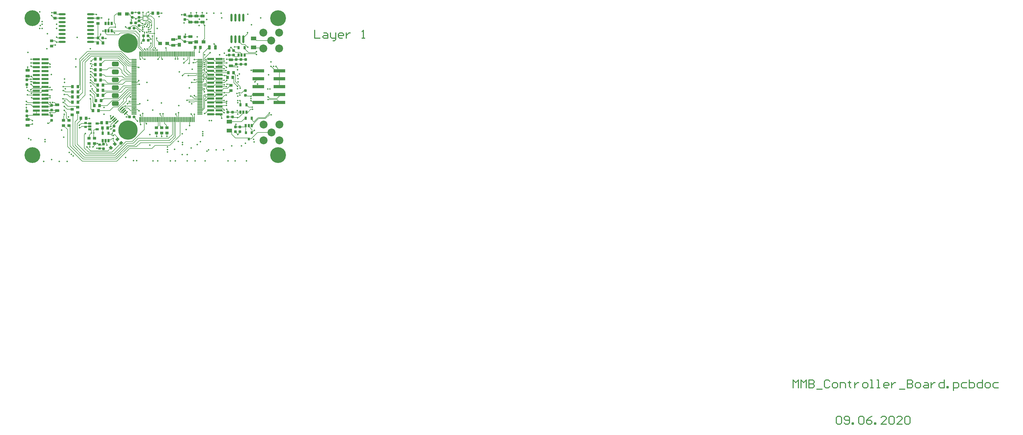
<source format=gtl>
G04*
G04 #@! TF.GenerationSoftware,Altium Limited,Altium Designer,20.1.11 (218)*
G04*
G04 Layer_Physical_Order=1*
G04 Layer_Color=25308*
%FSLAX25Y25*%
%MOIN*%
G70*
G04*
G04 #@! TF.SameCoordinates,26502B99-587C-4767-892E-7210AEBADD4C*
G04*
G04*
G04 #@! TF.FilePolarity,Positive*
G04*
G01*
G75*
%ADD14C,0.00600*%
%ADD17C,0.01200*%
%ADD81R,0.14764X0.03937*%
%ADD82O,0.01181X0.07087*%
%ADD83O,0.07087X0.01181*%
G04:AMPARAMS|DCode=84|XSize=39.37mil|YSize=35.43mil|CornerRadius=0mil|HoleSize=0mil|Usage=FLASHONLY|Rotation=225.000|XOffset=0mil|YOffset=0mil|HoleType=Round|Shape=Rectangle|*
%AMROTATEDRECTD84*
4,1,4,0.00139,0.02645,0.02645,0.00139,-0.00139,-0.02645,-0.02645,-0.00139,0.00139,0.02645,0.0*
%
%ADD84ROTATEDRECTD84*%

G04:AMPARAMS|DCode=85|XSize=31.5mil|YSize=31.5mil|CornerRadius=4.72mil|HoleSize=0mil|Usage=FLASHONLY|Rotation=0.000|XOffset=0mil|YOffset=0mil|HoleType=Round|Shape=RoundedRectangle|*
%AMROUNDEDRECTD85*
21,1,0.03150,0.02205,0,0,0.0*
21,1,0.02205,0.03150,0,0,0.0*
1,1,0.00945,0.01102,-0.01102*
1,1,0.00945,-0.01102,-0.01102*
1,1,0.00945,-0.01102,0.01102*
1,1,0.00945,0.01102,0.01102*
%
%ADD85ROUNDEDRECTD85*%
G04:AMPARAMS|DCode=86|XSize=31.5mil|YSize=31.5mil|CornerRadius=4.72mil|HoleSize=0mil|Usage=FLASHONLY|Rotation=270.000|XOffset=0mil|YOffset=0mil|HoleType=Round|Shape=RoundedRectangle|*
%AMROUNDEDRECTD86*
21,1,0.03150,0.02205,0,0,270.0*
21,1,0.02205,0.03150,0,0,270.0*
1,1,0.00945,-0.01102,-0.01102*
1,1,0.00945,-0.01102,0.01102*
1,1,0.00945,0.01102,0.01102*
1,1,0.00945,0.01102,-0.01102*
%
%ADD86ROUNDEDRECTD86*%
%ADD87R,0.03347X0.02953*%
%ADD88O,0.02756X0.09843*%
G04:AMPARAMS|DCode=89|XSize=15.75mil|YSize=11.81mil|CornerRadius=2.95mil|HoleSize=0mil|Usage=FLASHONLY|Rotation=180.000|XOffset=0mil|YOffset=0mil|HoleType=Round|Shape=RoundedRectangle|*
%AMROUNDEDRECTD89*
21,1,0.01575,0.00591,0,0,180.0*
21,1,0.00984,0.01181,0,0,180.0*
1,1,0.00591,-0.00492,0.00295*
1,1,0.00591,0.00492,0.00295*
1,1,0.00591,0.00492,-0.00295*
1,1,0.00591,-0.00492,-0.00295*
%
%ADD89ROUNDEDRECTD89*%
G04:AMPARAMS|DCode=90|XSize=15.75mil|YSize=11.81mil|CornerRadius=2.95mil|HoleSize=0mil|Usage=FLASHONLY|Rotation=90.000|XOffset=0mil|YOffset=0mil|HoleType=Round|Shape=RoundedRectangle|*
%AMROUNDEDRECTD90*
21,1,0.01575,0.00591,0,0,90.0*
21,1,0.00984,0.01181,0,0,90.0*
1,1,0.00591,0.00295,0.00492*
1,1,0.00591,0.00295,-0.00492*
1,1,0.00591,-0.00295,-0.00492*
1,1,0.00591,-0.00295,0.00492*
%
%ADD90ROUNDEDRECTD90*%
%ADD91R,0.08750X0.02900*%
%ADD92R,0.07087X0.05118*%
%ADD93R,0.03543X0.03937*%
%ADD94R,0.02756X0.03937*%
%ADD95O,0.09055X0.02362*%
G04:AMPARAMS|DCode=96|XSize=21.65mil|YSize=15.75mil|CornerRadius=3.94mil|HoleSize=0mil|Usage=FLASHONLY|Rotation=90.000|XOffset=0mil|YOffset=0mil|HoleType=Round|Shape=RoundedRectangle|*
%AMROUNDEDRECTD96*
21,1,0.02165,0.00787,0,0,90.0*
21,1,0.01378,0.01575,0,0,90.0*
1,1,0.00787,0.00394,0.00689*
1,1,0.00787,0.00394,-0.00689*
1,1,0.00787,-0.00394,-0.00689*
1,1,0.00787,-0.00394,0.00689*
%
%ADD96ROUNDEDRECTD96*%
G04:AMPARAMS|DCode=97|XSize=21.65mil|YSize=15.75mil|CornerRadius=3.94mil|HoleSize=0mil|Usage=FLASHONLY|Rotation=180.000|XOffset=0mil|YOffset=0mil|HoleType=Round|Shape=RoundedRectangle|*
%AMROUNDEDRECTD97*
21,1,0.02165,0.00787,0,0,180.0*
21,1,0.01378,0.01575,0,0,180.0*
1,1,0.00787,-0.00689,0.00394*
1,1,0.00787,0.00689,0.00394*
1,1,0.00787,0.00689,-0.00394*
1,1,0.00787,-0.00689,-0.00394*
%
%ADD97ROUNDEDRECTD97*%
G04:AMPARAMS|DCode=98|XSize=51.18mil|YSize=35.43mil|CornerRadius=3.54mil|HoleSize=0mil|Usage=FLASHONLY|Rotation=0.000|XOffset=0mil|YOffset=0mil|HoleType=Round|Shape=RoundedRectangle|*
%AMROUNDEDRECTD98*
21,1,0.05118,0.02835,0,0,0.0*
21,1,0.04409,0.03543,0,0,0.0*
1,1,0.00709,0.02205,-0.01417*
1,1,0.00709,-0.02205,-0.01417*
1,1,0.00709,-0.02205,0.01417*
1,1,0.00709,0.02205,0.01417*
%
%ADD98ROUNDEDRECTD98*%
G04:AMPARAMS|DCode=99|XSize=51.18mil|YSize=35.43mil|CornerRadius=3.54mil|HoleSize=0mil|Usage=FLASHONLY|Rotation=270.000|XOffset=0mil|YOffset=0mil|HoleType=Round|Shape=RoundedRectangle|*
%AMROUNDEDRECTD99*
21,1,0.05118,0.02835,0,0,270.0*
21,1,0.04409,0.03543,0,0,270.0*
1,1,0.00709,-0.01417,-0.02205*
1,1,0.00709,-0.01417,0.02205*
1,1,0.00709,0.01417,0.02205*
1,1,0.00709,0.01417,-0.02205*
%
%ADD99ROUNDEDRECTD99*%
%ADD100R,0.02756X0.03543*%
%ADD101R,0.04528X0.03937*%
%ADD102R,0.03937X0.04528*%
%ADD103R,0.03937X0.03543*%
%ADD104R,0.07087X0.05118*%
G04:AMPARAMS|DCode=105|XSize=39.37mil|YSize=35.43mil|CornerRadius=0mil|HoleSize=0mil|Usage=FLASHONLY|Rotation=315.000|XOffset=0mil|YOffset=0mil|HoleType=Round|Shape=Rectangle|*
%AMROTATEDRECTD105*
4,1,4,-0.02645,0.00139,-0.00139,0.02645,0.02645,-0.00139,0.00139,-0.02645,-0.02645,0.00139,0.0*
%
%ADD105ROTATEDRECTD105*%

%ADD106R,0.02559X0.04331*%
G04:AMPARAMS|DCode=107|XSize=15.75mil|YSize=62.99mil|CornerRadius=0mil|HoleSize=0mil|Usage=FLASHONLY|Rotation=315.000|XOffset=0mil|YOffset=0mil|HoleType=Round|Shape=Round|*
%AMOVALD107*
21,1,0.04724,0.01575,0.00000,0.00000,45.0*
1,1,0.01575,-0.01670,-0.01670*
1,1,0.01575,0.01670,0.01670*
%
%ADD107OVALD107*%

%ADD108R,0.04331X0.02559*%
%ADD109C,0.00800*%
%ADD110C,0.10000*%
%ADD111C,0.20000*%
%ADD112C,0.24410*%
G04:AMPARAMS|DCode=113|XSize=85mil|YSize=60mil|CornerRadius=15mil|HoleSize=0mil|Usage=FLASHONLY|Rotation=180.000|XOffset=0mil|YOffset=0mil|HoleType=Round|Shape=RoundedRectangle|*
%AMROUNDEDRECTD113*
21,1,0.08500,0.03000,0,0,180.0*
21,1,0.05500,0.06000,0,0,180.0*
1,1,0.03000,-0.02750,0.01500*
1,1,0.03000,0.02750,0.01500*
1,1,0.03000,0.02750,-0.01500*
1,1,0.03000,-0.02750,-0.01500*
%
%ADD113ROUNDEDRECTD113*%
%ADD114C,0.02000*%
D14*
X310236Y85630D02*
X312333Y83534D01*
X321654Y82284D02*
X324705Y79232D01*
Y78425D02*
Y79232D01*
Y86516D02*
Y88425D01*
X324948Y88182D01*
X325413Y77953D02*
X325886Y78425D01*
X312333Y83534D02*
X321722D01*
X310236Y82284D02*
X321654D01*
X321722Y83534D02*
X324705Y86516D01*
X28908Y124409D02*
X29696Y123622D01*
X31890Y129134D02*
X34252Y126772D01*
X28633Y129134D02*
X31890D01*
X29696Y123622D02*
X34252D01*
X11220Y95866D02*
X22440D01*
X9843Y94488D02*
X11220Y95866D01*
X9843Y94488D02*
X10236D01*
X22519Y90945D02*
X24891Y93317D01*
X27816D01*
X11796Y90945D02*
X22519D01*
X11009Y90157D02*
X11796Y90945D01*
X10630Y90157D02*
X11009D01*
X27816Y128317D02*
X28633Y129134D01*
X27816Y123317D02*
X28908Y124409D01*
X246850Y124615D02*
Y125591D01*
Y124615D02*
X248000Y123465D01*
X248348D01*
X246850Y125591D02*
X247244Y125984D01*
X254331D01*
X257480Y122835D01*
X90748Y44291D02*
X93898D01*
X89764Y43307D02*
X90748Y44291D01*
X89764Y39764D02*
Y43307D01*
X83858Y33465D02*
Y37008D01*
X86673Y39823D01*
Y42460D01*
X84646Y44488D02*
X86673Y42460D01*
X89764Y34843D02*
Y39764D01*
X89567Y34646D02*
X89764Y34843D01*
X89567Y34646D02*
X90748Y33465D01*
X116142Y37795D02*
X119681Y34256D01*
X115551Y37795D02*
X116142D01*
X114173Y36417D02*
X115551Y37795D01*
X243082Y130905D02*
X254724D01*
X108465Y29921D02*
X109744Y31201D01*
X116146Y25988D02*
Y27949D01*
X114173Y29921D02*
X116146Y27949D01*
X114173Y29921D02*
Y32874D01*
X119681Y31894D02*
Y34256D01*
X292720Y54331D02*
X297711Y59321D01*
X292126Y54331D02*
X292720D01*
X289567Y56890D02*
X292126Y54331D01*
X297711Y59321D02*
X306368D01*
X289567Y48425D02*
X292126Y50984D01*
X298228Y58071D02*
X306890D01*
X292126Y51968D02*
X298228Y58071D01*
X292126Y50984D02*
Y51968D01*
X280512Y147638D02*
X280709Y147835D01*
X27362Y83661D02*
X28150Y84449D01*
X284646Y65945D02*
X288386Y69685D01*
X283071Y65945D02*
X284646D01*
X288386Y69685D02*
X290551D01*
X93898Y44291D02*
X94095Y44488D01*
X90551Y33268D02*
X90748Y33465D01*
X28150Y84449D02*
X34252D01*
X34093Y87167D02*
X34252Y87008D01*
X29333Y87167D02*
X34093D01*
X28000Y88500D02*
X29333Y87167D01*
X242925Y121063D02*
X254528D01*
X34055Y97244D02*
X34252Y97441D01*
X28543Y97244D02*
X34055D01*
X27756Y98032D02*
X28543Y97244D01*
X22440Y95866D02*
X24891Y98317D01*
X27816D01*
X112992Y32874D02*
X114173D01*
X306496Y59445D02*
X312008Y64957D01*
Y65158D01*
X311811Y62992D02*
X314370D01*
X306890Y58071D02*
X311811Y62992D01*
X112992Y36417D02*
X114173D01*
X111319Y38091D02*
X112992Y36417D01*
X241350Y122638D02*
X242925Y121063D01*
X240158Y122638D02*
X241350D01*
X248425Y128543D02*
X257874D01*
X111319Y31201D02*
X112992Y32874D01*
X240523Y133465D02*
X243082Y130905D01*
X237598Y133465D02*
X240523D01*
X282874Y75394D02*
X285827Y72441D01*
X290158D01*
X280512Y139567D02*
X281102Y140157D01*
X294360Y141408D02*
X295669Y142717D01*
X285561Y141408D02*
X294360D01*
X280512Y146457D02*
X285561Y141408D01*
X294685Y140157D02*
X295669Y139173D01*
X281102Y140157D02*
X294685D01*
X280512Y146457D02*
Y147638D01*
Y147835D01*
X280315Y147441D02*
X280512Y147638D01*
X36593Y94467D02*
X36614Y94488D01*
X28966Y94467D02*
X36593D01*
X27816Y93317D02*
X28966Y94467D01*
X289567Y56890D02*
Y57874D01*
X83661Y33268D02*
X83858Y33465D01*
X109744Y31201D02*
X111319D01*
X109744Y38091D02*
X111319D01*
X108465Y39370D02*
X109744Y38091D01*
D17*
X369178Y169895D02*
Y159898D01*
X375842D01*
X380841Y166563D02*
X384173D01*
X385839Y164897D01*
Y159898D01*
X380841D01*
X379175Y161565D01*
X380841Y163231D01*
X385839D01*
X389172Y166563D02*
Y161565D01*
X390838Y159898D01*
X395836D01*
Y158232D01*
X394170Y156566D01*
X392504D01*
X395836Y159898D02*
Y166563D01*
X404167Y159898D02*
X400834D01*
X399168Y161565D01*
Y164897D01*
X400834Y166563D01*
X404167D01*
X405833Y164897D01*
Y163231D01*
X399168D01*
X409165Y166563D02*
Y159898D01*
Y163231D01*
X410831Y164897D01*
X412497Y166563D01*
X414163D01*
X429159Y159898D02*
X432491D01*
X430825D01*
Y169895D01*
X429159Y168229D01*
X1029716Y-320444D02*
X1031382Y-318778D01*
X1034714D01*
X1036380Y-320444D01*
Y-327109D01*
X1034714Y-328775D01*
X1031382D01*
X1029716Y-327109D01*
Y-320444D01*
X1039713Y-327109D02*
X1041379Y-328775D01*
X1044711D01*
X1046377Y-327109D01*
Y-320444D01*
X1044711Y-318778D01*
X1041379D01*
X1039713Y-320444D01*
Y-322110D01*
X1041379Y-323776D01*
X1046377D01*
X1049709Y-328775D02*
Y-327109D01*
X1051375D01*
Y-328775D01*
X1049709D01*
X1058040Y-320444D02*
X1059706Y-318778D01*
X1063038D01*
X1064704Y-320444D01*
Y-327109D01*
X1063038Y-328775D01*
X1059706D01*
X1058040Y-327109D01*
Y-320444D01*
X1074701Y-318778D02*
X1071369Y-320444D01*
X1068037Y-323776D01*
Y-327109D01*
X1069703Y-328775D01*
X1073035D01*
X1074701Y-327109D01*
Y-325443D01*
X1073035Y-323776D01*
X1068037D01*
X1078034Y-328775D02*
Y-327109D01*
X1079700D01*
Y-328775D01*
X1078034D01*
X1093029D02*
X1086364D01*
X1093029Y-322110D01*
Y-320444D01*
X1091362Y-318778D01*
X1088030D01*
X1086364Y-320444D01*
X1096361D02*
X1098027Y-318778D01*
X1101359D01*
X1103025Y-320444D01*
Y-327109D01*
X1101359Y-328775D01*
X1098027D01*
X1096361Y-327109D01*
Y-320444D01*
X1113022Y-328775D02*
X1106358D01*
X1113022Y-322110D01*
Y-320444D01*
X1111356Y-318778D01*
X1108024D01*
X1106358Y-320444D01*
X1116354D02*
X1118021Y-318778D01*
X1121353D01*
X1123019Y-320444D01*
Y-327109D01*
X1121353Y-328775D01*
X1118021D01*
X1116354Y-327109D01*
Y-320444D01*
X974816Y-282875D02*
Y-272878D01*
X978148Y-276210D01*
X981480Y-272878D01*
Y-282875D01*
X984813D02*
Y-272878D01*
X988145Y-276210D01*
X991477Y-272878D01*
Y-282875D01*
X994809Y-272878D02*
Y-282875D01*
X999808D01*
X1001474Y-281209D01*
Y-279542D01*
X999808Y-277876D01*
X994809D01*
X999808D01*
X1001474Y-276210D01*
Y-274544D01*
X999808Y-272878D01*
X994809D01*
X1004806Y-284541D02*
X1011471D01*
X1021467Y-274544D02*
X1019801Y-272878D01*
X1016469D01*
X1014803Y-274544D01*
Y-281209D01*
X1016469Y-282875D01*
X1019801D01*
X1021467Y-281209D01*
X1026466Y-282875D02*
X1029798D01*
X1031464Y-281209D01*
Y-277876D01*
X1029798Y-276210D01*
X1026466D01*
X1024800Y-277876D01*
Y-281209D01*
X1026466Y-282875D01*
X1034796D02*
Y-276210D01*
X1039795D01*
X1041461Y-277876D01*
Y-282875D01*
X1046459Y-274544D02*
Y-276210D01*
X1044793D01*
X1048125D01*
X1046459D01*
Y-281209D01*
X1048125Y-282875D01*
X1053124Y-276210D02*
Y-282875D01*
Y-279542D01*
X1054790Y-277876D01*
X1056456Y-276210D01*
X1058122D01*
X1064787Y-282875D02*
X1068119D01*
X1069785Y-281209D01*
Y-277876D01*
X1068119Y-276210D01*
X1064787D01*
X1063121Y-277876D01*
Y-281209D01*
X1064787Y-282875D01*
X1073117D02*
X1076450D01*
X1074784D01*
Y-272878D01*
X1073117D01*
X1081448Y-282875D02*
X1084780D01*
X1083114D01*
Y-272878D01*
X1081448D01*
X1094777Y-282875D02*
X1091445D01*
X1089779Y-281209D01*
Y-277876D01*
X1091445Y-276210D01*
X1094777D01*
X1096443Y-277876D01*
Y-279542D01*
X1089779D01*
X1099775Y-276210D02*
Y-282875D01*
Y-279542D01*
X1101441Y-277876D01*
X1103108Y-276210D01*
X1104774D01*
X1109772Y-284541D02*
X1116437D01*
X1119769Y-272878D02*
Y-282875D01*
X1124767D01*
X1126433Y-281209D01*
Y-279542D01*
X1124767Y-277876D01*
X1119769D01*
X1124767D01*
X1126433Y-276210D01*
Y-274544D01*
X1124767Y-272878D01*
X1119769D01*
X1131432Y-282875D02*
X1134764D01*
X1136430Y-281209D01*
Y-277876D01*
X1134764Y-276210D01*
X1131432D01*
X1129766Y-277876D01*
Y-281209D01*
X1131432Y-282875D01*
X1141429Y-276210D02*
X1144761D01*
X1146427Y-277876D01*
Y-282875D01*
X1141429D01*
X1139762Y-281209D01*
X1141429Y-279542D01*
X1146427D01*
X1149759Y-276210D02*
Y-282875D01*
Y-279542D01*
X1151425Y-277876D01*
X1153092Y-276210D01*
X1154758D01*
X1166420Y-272878D02*
Y-282875D01*
X1161422D01*
X1159756Y-281209D01*
Y-277876D01*
X1161422Y-276210D01*
X1166420D01*
X1169753Y-282875D02*
Y-281209D01*
X1171419D01*
Y-282875D01*
X1169753D01*
X1178083Y-286207D02*
Y-276210D01*
X1183082D01*
X1184748Y-277876D01*
Y-281209D01*
X1183082Y-282875D01*
X1178083D01*
X1194745Y-276210D02*
X1189746D01*
X1188080Y-277876D01*
Y-281209D01*
X1189746Y-282875D01*
X1194745D01*
X1198077Y-272878D02*
Y-282875D01*
X1203075D01*
X1204741Y-281209D01*
Y-279542D01*
Y-277876D01*
X1203075Y-276210D01*
X1198077D01*
X1214738Y-272878D02*
Y-282875D01*
X1209740D01*
X1208074Y-281209D01*
Y-277876D01*
X1209740Y-276210D01*
X1214738D01*
X1219737Y-282875D02*
X1223069D01*
X1224735Y-281209D01*
Y-277876D01*
X1223069Y-276210D01*
X1219737D01*
X1218071Y-277876D01*
Y-281209D01*
X1219737Y-282875D01*
X1234732Y-276210D02*
X1229733D01*
X1228067Y-277876D01*
Y-281209D01*
X1229733Y-282875D01*
X1234732D01*
D81*
X298130Y98425D02*
D03*
X324705D02*
D03*
X298130Y88425D02*
D03*
X324705D02*
D03*
X298130Y78425D02*
D03*
X324705D02*
D03*
Y108425D02*
D03*
Y118425D02*
D03*
X298130Y108425D02*
D03*
Y118425D02*
D03*
D82*
X147835Y139961D02*
D03*
X149803D02*
D03*
X151772D02*
D03*
X153740D02*
D03*
X155709D02*
D03*
X157677D02*
D03*
X159646D02*
D03*
X161614D02*
D03*
X163583D02*
D03*
X165551D02*
D03*
X167520D02*
D03*
X169488D02*
D03*
X171457D02*
D03*
X173425D02*
D03*
X175394D02*
D03*
X177362D02*
D03*
X179331D02*
D03*
X181299D02*
D03*
X183268D02*
D03*
X185236D02*
D03*
X187205D02*
D03*
X189173D02*
D03*
X191142D02*
D03*
X193110D02*
D03*
X195079D02*
D03*
X197047D02*
D03*
X199016D02*
D03*
X200984D02*
D03*
X202953D02*
D03*
X204921D02*
D03*
X206890D02*
D03*
X208858D02*
D03*
X210827D02*
D03*
X212795D02*
D03*
X214764D02*
D03*
X216732D02*
D03*
Y56890D02*
D03*
X214764D02*
D03*
X212795D02*
D03*
X210827D02*
D03*
X208858D02*
D03*
X206890D02*
D03*
X204921D02*
D03*
X202953D02*
D03*
X200984D02*
D03*
X199016D02*
D03*
X197047D02*
D03*
X195079D02*
D03*
X193110D02*
D03*
X191142D02*
D03*
X189173D02*
D03*
X187205D02*
D03*
X185236D02*
D03*
X183268D02*
D03*
X181299D02*
D03*
X179331D02*
D03*
X177362D02*
D03*
X175394D02*
D03*
X173425D02*
D03*
X171457D02*
D03*
X169488D02*
D03*
X167520D02*
D03*
X165551D02*
D03*
X163583D02*
D03*
X161614D02*
D03*
X159646D02*
D03*
X157677D02*
D03*
X155709D02*
D03*
X153740D02*
D03*
X151772D02*
D03*
X149803D02*
D03*
X147835D02*
D03*
D83*
X223819Y132874D02*
D03*
Y130905D02*
D03*
Y128937D02*
D03*
Y126969D02*
D03*
Y125000D02*
D03*
Y123031D02*
D03*
Y121063D02*
D03*
Y119095D02*
D03*
Y117126D02*
D03*
Y115157D02*
D03*
Y113189D02*
D03*
Y111221D02*
D03*
Y109252D02*
D03*
Y107283D02*
D03*
Y105315D02*
D03*
Y103347D02*
D03*
Y101378D02*
D03*
Y99410D02*
D03*
Y97441D02*
D03*
Y95473D02*
D03*
Y93504D02*
D03*
Y91535D02*
D03*
Y89567D02*
D03*
Y87598D02*
D03*
Y85630D02*
D03*
Y83661D02*
D03*
Y81693D02*
D03*
Y79724D02*
D03*
Y77756D02*
D03*
Y75787D02*
D03*
Y73819D02*
D03*
Y71850D02*
D03*
Y69882D02*
D03*
Y67913D02*
D03*
Y65945D02*
D03*
Y63976D02*
D03*
X140748D02*
D03*
Y65945D02*
D03*
Y67913D02*
D03*
Y69882D02*
D03*
Y71850D02*
D03*
Y73819D02*
D03*
Y75787D02*
D03*
Y77756D02*
D03*
Y79724D02*
D03*
Y81693D02*
D03*
Y83661D02*
D03*
Y85630D02*
D03*
Y87598D02*
D03*
Y89567D02*
D03*
Y91535D02*
D03*
Y93504D02*
D03*
Y95473D02*
D03*
Y97441D02*
D03*
Y99410D02*
D03*
Y101378D02*
D03*
Y103347D02*
D03*
Y105315D02*
D03*
Y107283D02*
D03*
Y109252D02*
D03*
Y111221D02*
D03*
Y113189D02*
D03*
Y115157D02*
D03*
Y117126D02*
D03*
Y119095D02*
D03*
Y121063D02*
D03*
Y123031D02*
D03*
Y125000D02*
D03*
Y126969D02*
D03*
Y128937D02*
D03*
Y130905D02*
D03*
Y132874D02*
D03*
D84*
X119681Y31894D02*
D03*
X124414Y27161D02*
D03*
D85*
X146850Y191929D02*
D03*
Y186024D02*
D03*
X101969Y25787D02*
D03*
Y19882D02*
D03*
X115354Y48622D02*
D03*
Y42717D02*
D03*
X281500Y87547D02*
D03*
Y93453D02*
D03*
X5118Y101181D02*
D03*
Y107087D02*
D03*
X36417Y74803D02*
D03*
Y68898D02*
D03*
Y55905D02*
D03*
Y61811D02*
D03*
X5118Y67520D02*
D03*
Y61614D02*
D03*
X205118Y155512D02*
D03*
Y161417D02*
D03*
Y189370D02*
D03*
Y183465D02*
D03*
X138189Y191929D02*
D03*
Y186024D02*
D03*
X146850Y181693D02*
D03*
Y175787D02*
D03*
X274803Y41535D02*
D03*
Y47441D02*
D03*
X269094Y41535D02*
D03*
Y47441D02*
D03*
X270079Y132874D02*
D03*
Y126969D02*
D03*
X275984Y132874D02*
D03*
Y126969D02*
D03*
X281890Y132874D02*
D03*
Y126969D02*
D03*
X259252Y60236D02*
D03*
Y66142D02*
D03*
X265158Y60236D02*
D03*
Y66142D02*
D03*
X266535Y144291D02*
D03*
Y138386D02*
D03*
X261024Y144291D02*
D03*
Y138386D02*
D03*
D86*
X152559Y162992D02*
D03*
X158465D02*
D03*
X142717Y179134D02*
D03*
X136811D02*
D03*
X100984Y160236D02*
D03*
X95079D02*
D03*
X134843Y60236D02*
D03*
X140748D02*
D03*
Y172441D02*
D03*
X134843D02*
D03*
X158661Y157087D02*
D03*
X152756D02*
D03*
D87*
X79331Y52461D02*
D03*
Y47539D02*
D03*
X96850Y25098D02*
D03*
Y20177D02*
D03*
D88*
X263957Y158661D02*
D03*
X268957D02*
D03*
X273957D02*
D03*
X278957D02*
D03*
X263957Y185827D02*
D03*
X268957D02*
D03*
X273957D02*
D03*
X278957D02*
D03*
D89*
X158268Y186024D02*
D03*
Y184055D02*
D03*
X151969D02*
D03*
Y186024D02*
D03*
D90*
X158071Y182087D02*
D03*
X156102D02*
D03*
X154134D02*
D03*
X152165D02*
D03*
Y187992D02*
D03*
X154134D02*
D03*
X156102D02*
D03*
X158071D02*
D03*
D91*
X237598Y63464D02*
D03*
X248348Y63465D02*
D03*
X237598Y68465D02*
D03*
X248348Y68464D02*
D03*
X237598Y73465D02*
D03*
X248348Y73465D02*
D03*
X237598Y78465D02*
D03*
X248348Y78465D02*
D03*
X237598Y83465D02*
D03*
X248348Y83465D02*
D03*
X237598Y88465D02*
D03*
X248348Y88464D02*
D03*
X237598Y93464D02*
D03*
X248348Y93465D02*
D03*
X237560Y98465D02*
D03*
X248348Y98465D02*
D03*
X237598Y103464D02*
D03*
X248348Y103464D02*
D03*
X237598Y108465D02*
D03*
X248348Y108465D02*
D03*
X237598Y113464D02*
D03*
X248348Y113464D02*
D03*
X237598Y118465D02*
D03*
X248348Y118465D02*
D03*
X237598Y123465D02*
D03*
X248348Y123465D02*
D03*
X237598Y128465D02*
D03*
X248348Y128465D02*
D03*
X237598Y133465D02*
D03*
X248348Y133465D02*
D03*
X27816Y133317D02*
D03*
X17066Y133317D02*
D03*
X27816Y128317D02*
D03*
X17066Y128317D02*
D03*
X27816Y123317D02*
D03*
X17066Y123317D02*
D03*
X27816Y118317D02*
D03*
X17066Y118317D02*
D03*
X27816Y113317D02*
D03*
X17066Y113317D02*
D03*
X27816Y108317D02*
D03*
X17066Y108317D02*
D03*
X27816Y103317D02*
D03*
X17066Y103317D02*
D03*
X27816Y98317D02*
D03*
X17028Y98317D02*
D03*
X27816Y93317D02*
D03*
X17066Y93317D02*
D03*
X27816Y88317D02*
D03*
X17066Y88317D02*
D03*
X27816Y83317D02*
D03*
X17066Y83317D02*
D03*
X27816Y78317D02*
D03*
X17066Y78317D02*
D03*
X27816Y73317D02*
D03*
X17066Y73317D02*
D03*
X27816Y68317D02*
D03*
X17066Y68317D02*
D03*
X27816Y63317D02*
D03*
X17066Y63317D02*
D03*
D92*
X292126Y148228D02*
D03*
Y159646D02*
D03*
D93*
X62795Y78937D02*
D03*
X69488D02*
D03*
X94488Y153937D02*
D03*
X101181D02*
D03*
X100591Y46260D02*
D03*
X107283D02*
D03*
X99606Y52756D02*
D03*
X106299D02*
D03*
X218110Y148031D02*
D03*
X224803D02*
D03*
X170866Y191535D02*
D03*
X164173D02*
D03*
X266732Y116142D02*
D03*
X260039D02*
D03*
X265748Y110039D02*
D03*
X259055D02*
D03*
X69488Y98425D02*
D03*
X62795D02*
D03*
X69488Y91929D02*
D03*
X62795D02*
D03*
X69488Y85433D02*
D03*
X62795D02*
D03*
X98228Y133465D02*
D03*
X91535D02*
D03*
X98228Y126575D02*
D03*
X91535D02*
D03*
X98228Y119882D02*
D03*
X91535D02*
D03*
X98228Y113386D02*
D03*
X91535D02*
D03*
X98228Y106890D02*
D03*
X91535D02*
D03*
X101181Y100394D02*
D03*
X94488D02*
D03*
X101378Y93898D02*
D03*
X94685D02*
D03*
X101378Y87402D02*
D03*
X94685D02*
D03*
X99016Y80905D02*
D03*
X92323D02*
D03*
X97047Y74410D02*
D03*
X90354D02*
D03*
X73228Y58465D02*
D03*
X79921D02*
D03*
X95472Y68110D02*
D03*
X88779D02*
D03*
D94*
X112205Y169095D02*
D03*
X108465D02*
D03*
X104724D02*
D03*
Y178543D02*
D03*
X108465D02*
D03*
X112205D02*
D03*
D95*
X49705Y190138D02*
D03*
X49705Y185138D02*
D03*
X49705Y180138D02*
D03*
X49705Y175138D02*
D03*
X49705Y170138D02*
D03*
X49705Y165138D02*
D03*
X49705Y160138D02*
D03*
X49705Y155138D02*
D03*
X85728Y190138D02*
D03*
X85728Y185138D02*
D03*
X85728Y180138D02*
D03*
X85728Y175138D02*
D03*
X85728Y170138D02*
D03*
X85728Y165138D02*
D03*
X85728Y160138D02*
D03*
X85728Y155138D02*
D03*
D96*
X154134Y167126D02*
D03*
X156496D02*
D03*
X154134Y174370D02*
D03*
X156496D02*
D03*
D97*
X158937Y170748D02*
D03*
Y173110D02*
D03*
Y168386D02*
D03*
X151693D02*
D03*
Y173110D02*
D03*
Y170748D02*
D03*
D98*
X263386Y132480D02*
D03*
Y125000D02*
D03*
X6102Y119291D02*
D03*
Y111811D02*
D03*
X43307Y75590D02*
D03*
Y68110D02*
D03*
X5906Y49409D02*
D03*
Y56890D02*
D03*
X190157Y158268D02*
D03*
Y150787D02*
D03*
X211811Y154331D02*
D03*
Y161811D02*
D03*
Y187795D02*
D03*
Y180315D02*
D03*
X219488Y187795D02*
D03*
Y180315D02*
D03*
X227165Y187795D02*
D03*
Y180315D02*
D03*
D99*
X243504Y148031D02*
D03*
X236024D02*
D03*
D100*
X286024Y32283D02*
D03*
X282283Y40157D02*
D03*
X289764D02*
D03*
D101*
X173524Y153150D02*
D03*
X182775Y153150D02*
D03*
X219390Y155118D02*
D03*
X228642Y155118D02*
D03*
X131595Y190354D02*
D03*
X122343Y190354D02*
D03*
D102*
X198031Y160925D02*
D03*
X198031Y151673D02*
D03*
D103*
X36220Y156496D02*
D03*
Y149803D02*
D03*
X95079Y185236D02*
D03*
Y178543D02*
D03*
X40551Y191929D02*
D03*
Y185236D02*
D03*
X263386Y93504D02*
D03*
Y100197D02*
D03*
X69291Y72441D02*
D03*
Y65748D02*
D03*
X62402Y69685D02*
D03*
Y62992D02*
D03*
X58465Y55905D02*
D03*
Y49213D02*
D03*
X51378Y55905D02*
D03*
Y49213D02*
D03*
X169095Y39961D02*
D03*
Y46654D02*
D03*
X175787Y39961D02*
D03*
Y46654D02*
D03*
X182283Y39961D02*
D03*
Y46654D02*
D03*
X83661Y33071D02*
D03*
Y26378D02*
D03*
X90551Y26378D02*
D03*
Y33071D02*
D03*
D104*
X261221Y42913D02*
D03*
Y54331D02*
D03*
D105*
X111413Y21256D02*
D03*
X116146Y25988D02*
D03*
D106*
X100984Y39567D02*
D03*
X108465D02*
D03*
Y30118D02*
D03*
X104724D02*
D03*
X100984D02*
D03*
X282087Y49016D02*
D03*
X285827D02*
D03*
X289567D02*
D03*
Y58465D02*
D03*
X282087D02*
D03*
X275394Y75590D02*
D03*
X282874D02*
D03*
Y66142D02*
D03*
X279134D02*
D03*
X275394D02*
D03*
X273031Y147835D02*
D03*
X280512D02*
D03*
Y138386D02*
D03*
X276772D02*
D03*
X273031D02*
D03*
D107*
X113093Y59073D02*
D03*
X114903Y57263D02*
D03*
X116712Y55454D02*
D03*
X118522Y53644D02*
D03*
X124785Y70765D02*
D03*
X126595Y68956D02*
D03*
X128404Y67146D02*
D03*
X130214Y65337D02*
D03*
D108*
X94095Y51968D02*
D03*
Y44488D02*
D03*
X84646D02*
D03*
Y48228D02*
D03*
Y51968D02*
D03*
D109*
X297441Y108465D02*
X299016D01*
X296063Y119291D02*
X296850Y118504D01*
X314000Y124500D02*
X320075Y118425D01*
X322736Y120394D02*
X324705Y118425D01*
Y108425D02*
Y108705D01*
X293504Y104528D02*
X297441Y108465D01*
X320075Y118425D02*
X324705D01*
X320000Y124000D02*
X320291D01*
X324705Y108205D02*
Y108425D01*
X291500Y78000D02*
X298000D01*
X288976Y119291D02*
X296063D01*
X320291Y124000D02*
X322736Y121555D01*
X324500Y108500D02*
X324705Y108705D01*
Y118425D01*
X297047Y99606D02*
X298425Y98228D01*
X322736Y120394D02*
Y121555D01*
X324500Y108000D02*
X324705Y108205D01*
X324000Y108000D02*
X324705Y107295D01*
Y98425D02*
Y107295D01*
X288500Y81000D02*
X291500Y78000D01*
X297047Y99606D02*
Y101969D01*
X135827Y85630D02*
X140748D01*
X195079Y59055D02*
X195152Y59128D01*
X181102Y140157D02*
X181299Y139961D01*
X146526Y75787D02*
X147510Y76772D01*
X223819Y101378D02*
X229553D01*
X113583Y168898D02*
X142717D01*
X140748Y75787D02*
X140748Y75787D01*
X127362Y83268D02*
Y83268D01*
X193701Y62667D02*
X195006Y61362D01*
X226772Y125000D02*
X228042Y126270D01*
X163976Y149409D02*
Y162598D01*
X140945Y69882D02*
X144685D01*
X147835Y53347D02*
X148589Y52592D01*
X148630Y62559D02*
X148860Y62330D01*
X210630Y79134D02*
X216929D01*
X226772Y97441D02*
X228483Y95730D01*
X223819Y119095D02*
X223892Y119167D01*
X159646Y139961D02*
Y148228D01*
X151403Y134597D02*
Y135408D01*
X212205Y86614D02*
X213779D01*
X229500Y92000D02*
Y92847D01*
X217126Y107283D02*
X223819D01*
X210827Y128868D02*
Y139961D01*
X147835Y134183D02*
X148622Y133396D01*
X140675Y132801D02*
X140748Y132874D01*
X148589Y50820D02*
X148819Y50591D01*
X155709Y56890D02*
X155782Y56817D01*
X173689Y63000D02*
Y64106D01*
X229553Y101378D02*
X230175Y102000D01*
X228762Y105337D02*
Y107692D01*
X201969Y112598D02*
X204528Y115157D01*
X181299Y139961D02*
Y147835D01*
X175394Y134380D02*
X176378Y133396D01*
X140748Y69882D02*
Y71850D01*
X149803Y56890D02*
Y60697D01*
X216732Y83661D02*
X223819D01*
X229270Y95730D02*
X229500Y95500D01*
X217126Y132874D02*
X217126Y132874D01*
X195833Y133694D02*
Y135663D01*
X170866Y133071D02*
Y133661D01*
X155636Y140033D02*
X155709Y139961D01*
X226772Y103347D02*
X228762Y105337D01*
X229379Y128770D02*
X229509Y128900D01*
X147638Y149409D02*
X153740Y143307D01*
X137692Y79724D02*
X137692Y79724D01*
X151772Y56890D02*
Y64370D01*
X223819Y99410D02*
X223864Y99455D01*
X230175Y102000D02*
X230500D01*
X229316Y121000D02*
X229500D01*
X223819Y126969D02*
X226772D01*
X195079Y136417D02*
Y139961D01*
X175394Y139894D02*
X175500Y140000D01*
X135827Y85630D02*
X135827Y85630D01*
X226875Y95472D02*
X229500Y92847D01*
X165551Y139961D02*
Y144882D01*
X137008Y89567D02*
X140551D01*
X148860Y61641D02*
Y62330D01*
X217520Y79724D02*
X223819D01*
X227953Y123031D02*
X228921Y124000D01*
X223819Y125000D02*
X226772D01*
X146468Y123031D02*
X146500Y123000D01*
X216732Y56890D02*
X217000Y57157D01*
X228483Y95730D02*
X229270D01*
X140748Y123031D02*
X146468D01*
X136221Y128937D02*
X136221Y128937D01*
X148589Y50820D02*
Y52592D01*
X155782Y52220D02*
X156299Y51703D01*
X213027Y63548D02*
Y63745D01*
X223864Y99455D02*
X230455D01*
X223819Y103347D02*
X226772D01*
X192913Y133465D02*
X193037Y133589D01*
X149803Y137008D02*
Y139961D01*
X218701Y128740D02*
X220866Y130905D01*
X167520Y139764D02*
Y147047D01*
X153937Y146063D02*
X155636Y144364D01*
Y140033D02*
Y144364D01*
X132283Y76968D02*
X132608D01*
X137692Y79724D02*
X140748D01*
X177362Y56890D02*
X177362Y56890D01*
X207480Y81102D02*
X207805D01*
X209842Y81496D02*
X223819Y81693D01*
X217126Y107283D02*
X217126Y107283D01*
X195079Y136417D02*
X195833Y135663D01*
X170866Y133661D02*
X173425Y136221D01*
X133396Y77756D02*
X140748D01*
X136221Y128937D02*
X140748D01*
X195006Y56963D02*
X195079Y56890D01*
X132608Y76968D02*
X133396Y77756D01*
X217000Y57157D02*
Y63500D01*
X229770Y126270D02*
X230000Y126500D01*
X208858Y133661D02*
Y139961D01*
X140748Y101378D02*
X147441D01*
X207874Y81496D02*
X209842D01*
X213779Y86614D02*
X216732Y83661D01*
X127362Y83268D02*
X135630Y91535D01*
X175394Y56890D02*
Y61295D01*
X228042Y126270D02*
X229770D01*
X142717Y168898D02*
X147638Y163976D01*
X140748Y103347D02*
X143846D01*
X223622Y95472D02*
X226875D01*
X218849Y103937D02*
X220227Y105315D01*
X223819Y111221D02*
X226746D01*
X228921Y124000D02*
X230000D01*
X216732Y139764D02*
Y139961D01*
X176378Y133071D02*
Y133396D01*
X162008Y150591D02*
Y153347D01*
X152929Y133071D02*
X154331D01*
X156299Y51378D02*
Y51703D01*
X210827Y49016D02*
Y56890D01*
X216929Y79134D02*
X217520Y79724D01*
X213779Y103937D02*
X218849D01*
X226772Y126969D02*
X228573Y128770D01*
X161614Y139961D02*
Y147047D01*
X147638Y149409D02*
Y163976D01*
X151403Y134597D02*
X152929Y133071D01*
X144685Y69882D02*
X146850Y67716D01*
X213027Y63548D02*
X214764Y61811D01*
X223819Y119095D02*
X227411D01*
X210236Y128278D02*
X210827Y128868D01*
X147835Y134183D02*
Y139961D01*
X147510Y76772D02*
X147835D01*
X140748Y75787D02*
X146526D01*
X226746Y111221D02*
X229000Y113474D01*
X195833Y133694D02*
X196063Y133465D01*
X134646Y79724D02*
X137692D01*
X212992Y63779D02*
X213027Y63745D01*
X215748Y128740D02*
X218701D01*
X169488Y139961D02*
Y144882D01*
X148622Y133071D02*
Y133396D01*
X130905Y83465D02*
Y83465D01*
X214764Y56890D02*
Y61811D01*
X223425Y97441D02*
X226772D01*
X229000Y113474D02*
Y113500D01*
X204528Y115157D02*
X223819D01*
Y123031D02*
X227953D01*
X193037Y133589D02*
Y139888D01*
X161614Y147047D02*
X163976Y149409D01*
X149803Y137008D02*
X151403Y135408D01*
X130905Y83465D02*
X137008Y89567D01*
X173689Y63000D02*
X175394Y61295D01*
X193701Y62667D02*
Y63779D01*
X173425Y136221D02*
Y139961D01*
X157283Y146063D02*
X157677Y145669D01*
X135630Y91535D02*
X140748D01*
X143846Y103347D02*
X146500Y106000D01*
X177362Y56890D02*
Y63976D01*
X157677Y141535D02*
Y145669D01*
X148860Y61641D02*
X149803Y60697D01*
X155782Y52220D02*
Y56817D01*
X173622Y64173D02*
X173689Y64106D01*
X218504Y85630D02*
X223819D01*
X230455Y99455D02*
X230500Y99500D01*
X228573Y128770D02*
X229379D01*
X175394Y134380D02*
Y139894D01*
X159646Y148228D02*
X162008Y150591D01*
X147835Y53347D02*
Y56890D01*
X197047D02*
Y65354D01*
X203543Y128347D02*
X208858Y133661D01*
X169488Y139764D02*
Y139961D01*
X195006Y56963D02*
Y61362D01*
X209449Y112598D02*
X218504D01*
X219094Y113189D01*
X223819D01*
X207480Y81102D02*
X207874Y81496D01*
X216929Y87205D02*
X218504Y85630D01*
X220227Y105315D02*
X223819D01*
X220866Y130905D02*
X223819D01*
X227411Y119095D02*
X229316Y121000D01*
X217126Y132874D02*
X223819D01*
X210236Y127953D02*
Y128278D01*
X193037Y139888D02*
X193110Y139961D01*
X153740Y139961D02*
Y143307D01*
X94685Y178347D02*
X95079Y177953D01*
X151772Y157087D02*
X152559Y157874D01*
X130217Y64862D02*
Y65340D01*
X142212Y57394D02*
Y58772D01*
Y57394D02*
X144882Y54724D01*
X140748Y60236D02*
X142212Y58772D01*
X266929Y137992D02*
Y138386D01*
X260681Y138319D02*
X261000Y138000D01*
X261221Y138189D02*
X261417Y138386D01*
X205512Y161811D02*
Y164961D01*
X205315Y161614D02*
X205512Y161811D01*
X143812Y180229D02*
X145386D01*
X142717Y179134D02*
X143812Y180229D01*
X145386D02*
X146850Y181693D01*
X137205Y179528D02*
Y182874D01*
X136811Y179134D02*
X137205Y179528D01*
X151508Y178347D02*
X151579Y178276D01*
X150197Y178347D02*
X151508D01*
X146850Y181693D02*
X150197Y178347D01*
X153937Y177559D02*
X154724D01*
X151693Y175315D02*
X153937Y177559D01*
X154331Y177165D02*
X154724Y177559D01*
X151221Y175787D02*
X151693Y175315D01*
X146850Y175787D02*
X151221D01*
X147980Y182823D02*
X149358D01*
X146850Y181693D02*
X147980Y182823D01*
X149358D02*
X150400Y183865D01*
X151778D01*
X151969Y184055D01*
X258897Y66535D02*
X259252D01*
X265158Y65945D02*
X265354Y66142D01*
X264764Y66142D02*
X264961Y65945D01*
X269193Y47441D02*
Y50693D01*
Y47343D02*
Y47441D01*
X117913Y190354D02*
X122441D01*
X115354Y50591D02*
X119488Y54724D01*
X108661Y169095D02*
Y172047D01*
X115354Y49016D02*
X115650Y48720D01*
X115453Y48524D02*
X115650Y48720D01*
X111811Y44882D02*
X115453Y48524D01*
X73819Y51968D02*
X79331D01*
X100984Y24606D02*
Y30118D01*
X96850Y24606D02*
X100984D01*
X95308Y26148D02*
X96850Y24606D01*
X147555Y170949D02*
X148750D01*
X144777Y173727D02*
X147555Y170949D01*
X142913Y175591D02*
X144777Y173727D01*
X137992Y175591D02*
X142913D01*
X140748Y172441D02*
X143740D01*
X147874Y168307D01*
X134843Y172441D02*
X137992Y175591D01*
X129921Y174016D02*
X131496Y172441D01*
X134843D01*
X147874Y168307D02*
X148031D01*
X142913Y184252D02*
X143238D01*
X144076Y185089D01*
X145916D01*
X146850Y186024D01*
X141339Y185827D02*
X142913Y184252D01*
X138386Y185827D02*
X141339D01*
X142446Y192446D02*
X142446Y192446D01*
X144720D01*
X145237Y191929D01*
X146850D01*
X131496Y190354D02*
X135236D01*
X139803Y191929D02*
X140320Y192446D01*
X142446D01*
X142520Y192520D01*
X138189Y191929D02*
X139803D01*
X135236Y188976D02*
Y190354D01*
Y188976D02*
X138189Y186024D01*
X138386Y185827D01*
X151969Y188189D02*
Y192520D01*
Y188189D02*
X152165Y187992D01*
X170866Y191535D02*
X175535D01*
X156102Y187992D02*
Y191339D01*
X157480Y192717D01*
X160630Y165748D02*
X166339D01*
X159871Y166507D02*
X160630Y165748D01*
X156884Y166507D02*
X159871D01*
X152559Y162992D02*
X152559Y162992D01*
Y157874D02*
Y162992D01*
X152559Y162992D02*
X153689Y164122D01*
Y165566D01*
X154134Y166011D01*
Y167126D01*
X157677Y157087D02*
X158661D01*
X160039Y158465D01*
X162008D01*
X161778Y158694D02*
Y159678D01*
X158465Y162992D02*
X161778Y159678D01*
X150000Y155118D02*
X151870Y156988D01*
X150000Y153500D02*
Y155118D01*
X113222Y39206D02*
Y40584D01*
X112992Y38976D02*
X113222Y39206D01*
Y40584D02*
X115354Y42717D01*
X111417Y44882D02*
X111811D01*
X115354Y49016D02*
Y50591D01*
X111417Y50356D02*
X117696Y56635D01*
X110433Y47441D02*
X111417Y48425D01*
Y50356D01*
X131102Y60236D02*
X134843D01*
X130217Y64862D02*
X134843Y60236D01*
X101772Y159449D02*
X105118D01*
X98196Y164731D02*
X98425Y164961D01*
X98196Y163353D02*
Y164731D01*
X95079Y160236D02*
X98196Y163353D01*
X100984Y160236D02*
X101772Y159449D01*
X106299Y24409D02*
Y25984D01*
X104724Y27559D02*
X106299Y25984D01*
X104724Y27559D02*
Y29776D01*
X107480Y17323D02*
X111413Y21256D01*
X85630Y17323D02*
X107480D01*
X80905Y22047D02*
X85630Y17323D01*
X112607Y15354D02*
X124414Y27161D01*
X83268Y15354D02*
X112607D01*
X77756Y20866D02*
X83268Y15354D01*
X72835Y55709D02*
Y58465D01*
X114961Y13386D02*
X130709Y29134D01*
X81102Y13386D02*
X114961D01*
X68701Y25787D02*
X81102Y13386D01*
X104500Y30000D02*
X104724Y29776D01*
X275984Y126772D02*
X281890D01*
X219291Y187795D02*
X219685Y188189D01*
Y192126D01*
X190157Y158268D02*
X190551Y158661D01*
X194488D01*
X169291Y157382D02*
X173524Y153150D01*
X169291Y157382D02*
Y159843D01*
X79331Y52362D02*
X79724Y51968D01*
X11417Y123425D02*
X17126D01*
X17323Y123228D01*
X42634Y154724D02*
X42841Y154931D01*
X49498D01*
X49705Y155138D01*
X37992Y151181D02*
X40945D01*
X36417Y149606D02*
X37992Y151181D01*
X42356Y154724D02*
X42634D01*
X40584Y156496D02*
X42356Y154724D01*
X36220Y149803D02*
X36417Y149606D01*
X36220Y156496D02*
X40584D01*
X42520Y161024D02*
X42844D01*
X43730Y160138D01*
X49705D01*
X154724Y177559D02*
X155512D01*
X157087Y179134D01*
X151693Y173110D02*
Y175315D01*
X154724Y177559D02*
Y179134D01*
X155905Y180315D01*
X5512Y88189D02*
X5906Y87795D01*
X16544D01*
X17066Y88317D01*
X12214Y93317D02*
X17066D01*
X11192Y92295D02*
X12214Y93317D01*
X7610Y92295D02*
X11192D01*
X6204Y93701D02*
X7610Y92295D01*
X5906Y93701D02*
X6204D01*
X10236Y101575D02*
X13494Y98317D01*
X17028D01*
X10236Y104724D02*
X10561D01*
X10919Y104367D01*
X16016D01*
X17066Y103317D01*
X9843Y107874D02*
X16623D01*
X17066Y108317D01*
X5906Y107874D02*
X9843D01*
X5118Y107087D02*
X5906Y107874D01*
X13730Y108317D02*
X17066D01*
X6496Y111417D02*
X10630D01*
X6102Y111811D02*
X6496Y111417D01*
X10630D02*
X13730Y108317D01*
X34252Y78248D02*
X36417Y76083D01*
X34252Y78248D02*
Y78347D01*
X158937Y168386D02*
X158976Y168347D01*
X151693Y170748D02*
Y173110D01*
X156496Y174665D02*
X157841Y176011D01*
X158976Y168347D02*
X161378D01*
X157841Y176739D02*
X158071Y176969D01*
X157841Y176011D02*
Y176739D01*
X156496Y174409D02*
Y174665D01*
X161378Y168347D02*
X161614Y168110D01*
X156496Y166894D02*
X156884Y166507D01*
X156496Y166894D02*
Y167126D01*
X158386Y168386D02*
X158937D01*
X229921Y115748D02*
X232000Y113669D01*
X228150Y115748D02*
X229921D01*
X226772Y117126D02*
X228150Y115748D01*
X232000Y112135D02*
Y113669D01*
X233911Y114515D02*
X236548D01*
X231823Y116602D02*
X233911Y114515D01*
X231823Y116602D02*
Y116808D01*
X16732Y68307D02*
X17066Y67973D01*
Y63326D02*
X17126Y63386D01*
X16007Y62267D02*
X17066Y63326D01*
Y63317D02*
Y63326D01*
Y67973D01*
X6732Y61614D02*
X7384Y62267D01*
X16007D01*
X5118Y61614D02*
X6732D01*
X5906Y56890D02*
Y60827D01*
X5118Y61614D02*
X5906Y60827D01*
X4404Y69847D02*
X5118Y69133D01*
X4404Y69847D02*
Y71974D01*
X4331Y72047D02*
X4404Y71974D01*
X5118Y67520D02*
Y69133D01*
X10024Y75984D02*
X12691Y73317D01*
X4331Y75984D02*
X10024D01*
X5935Y78317D02*
X17066D01*
X4331Y79921D02*
X5935Y78317D01*
X39961Y78347D02*
X43110Y75197D01*
X36614Y74016D02*
X37598Y75000D01*
X17018Y73317D02*
X17066Y73365D01*
X12691Y73317D02*
X17018D01*
X37598Y75000D02*
X43110D01*
X11486Y51181D02*
X11811D01*
X10732Y50427D02*
X11486Y51181D01*
X6923Y50427D02*
X10732D01*
X5906Y49409D02*
X6923Y50427D01*
X5906Y56890D02*
X10108D01*
X11486Y55512D01*
X11811D01*
X155905Y181890D02*
X156102Y182087D01*
X155905Y180315D02*
Y181890D01*
X159055Y179134D02*
X160236Y177953D01*
X157087Y179134D02*
X159055D01*
X160236Y174409D02*
Y177953D01*
X157480Y192717D02*
X159055D01*
X161221Y191142D02*
X163779D01*
X164173Y191535D01*
X162824Y176209D02*
Y181665D01*
X160433Y184055D02*
X162824Y181665D01*
X158268Y184055D02*
X160433D01*
X162795Y176181D02*
X162824Y176209D01*
X160236Y180709D02*
X161024Y179921D01*
X158336Y180709D02*
X160236D01*
X158261Y180784D02*
X158336Y180709D01*
X158261Y180784D02*
Y181896D01*
X158071Y182087D02*
X158261Y181896D01*
X166339Y165748D02*
Y184055D01*
X162402Y187992D02*
X166339Y184055D01*
X158071Y187992D02*
X162402D01*
X158071D02*
X161221Y191142D01*
X146850Y186024D02*
X151969D01*
X154134Y187992D02*
X156102D01*
X156293Y187014D02*
X157093Y186214D01*
X158077D01*
X158268Y186024D01*
X156293Y187014D02*
Y187802D01*
X156102Y187992D02*
X156293Y187802D01*
X248348Y133465D02*
X248349Y133464D01*
X254330D01*
X262402Y133268D02*
X263189Y132480D01*
X261939Y133731D02*
X262402Y133268D01*
X262598D01*
X258071D02*
X262402D01*
X262598D02*
X263386Y132480D01*
X254330Y133464D02*
Y133730D01*
X254331Y133731D01*
X223228Y142126D02*
Y144882D01*
X224606Y146260D01*
X175394Y35433D02*
X175787Y35827D01*
X169291Y35630D02*
Y39961D01*
Y35630D02*
X169488Y35433D01*
X291732Y149409D02*
X293498Y147644D01*
X303616D01*
X266535Y144291D02*
Y144882D01*
X266929Y144095D02*
Y144488D01*
X263386Y148031D02*
X266535Y144882D01*
X261024Y138386D02*
X261417D01*
X266535D01*
X266929Y144095D02*
X269291Y141732D01*
X268701Y136221D02*
X270866D01*
X266929Y137992D02*
X268701Y136221D01*
X270866D02*
X273031Y138386D01*
X130217Y65340D02*
X130723D01*
X130214Y65337D02*
X130217Y65340D01*
X224606Y146260D02*
Y147835D01*
X94685Y86811D02*
Y87598D01*
X87730Y94554D02*
X94685Y87598D01*
X87730Y94554D02*
Y95770D01*
X87500Y96000D02*
X87730Y95770D01*
X88583Y22244D02*
X90551Y24213D01*
Y26378D01*
X36220Y61811D02*
Y62047D01*
X31500Y52000D02*
X32512D01*
X36417Y55905D01*
X35827Y61221D02*
X36417Y60630D01*
X34252Y65354D02*
X34482Y65125D01*
Y63786D02*
Y65125D01*
Y63786D02*
X36220Y62047D01*
X43307Y68504D02*
X43504D01*
X36811D02*
X43307D01*
X36614Y68307D02*
X36811Y68504D01*
X27876Y68307D02*
X36614D01*
X27816Y68247D02*
X27876Y68307D01*
X34646Y62402D02*
X35827Y61221D01*
X85569Y190069D02*
X92931D01*
X93000Y190000D01*
X85500D02*
X85569Y190069D01*
X269193Y50693D02*
X269500Y51000D01*
X259449Y66142D02*
X264764D01*
X258500Y67311D02*
Y69500D01*
X258000Y70000D02*
X258500Y69500D01*
X258122Y67311D02*
X258500D01*
X290775Y88500D02*
X298500D01*
X284161Y86500D02*
X288500D01*
X283114Y87547D02*
X284161Y86500D01*
X257527Y138252D02*
X257594Y138319D01*
X260681D01*
X286024Y32480D02*
X288980D01*
X10236Y128347D02*
X17126D01*
X296854Y40354D02*
X314567D01*
X288980Y32480D02*
X296854Y40354D01*
X36417Y74016D02*
Y76083D01*
X37402Y78347D02*
X39961D01*
X51000Y78500D02*
X52012D01*
X57087Y73425D01*
X71653Y46654D02*
X72810D01*
X71457D02*
X71653D01*
X72810D02*
X74188Y48031D01*
X51972Y93500D02*
X53543Y91929D01*
X51000Y93500D02*
X51972D01*
X51000Y98500D02*
X62721D01*
X53543Y91929D02*
X62598D01*
X52165Y88386D02*
X56299D01*
X55386Y83000D02*
X59449Y78937D01*
X50500Y83000D02*
X55386D01*
X80118Y58268D02*
X84252D01*
X56299Y88386D02*
X59252Y85433D01*
X57087Y73425D02*
X69685D01*
X59449Y78937D02*
X62598D01*
X52165Y73425D02*
X52362D01*
X56102Y69685D01*
X62402D01*
X52165Y68504D02*
X55118Y65551D01*
Y58858D02*
Y65551D01*
X52165Y62008D02*
Y63386D01*
X51575Y61417D02*
X52165Y62008D01*
X51575Y56102D02*
Y61417D01*
X34252Y65354D02*
X40551D01*
X43307Y68110D01*
X71260Y49409D02*
X71260D01*
X68701Y25787D02*
Y51575D01*
X65945Y24606D02*
Y53937D01*
X234674Y93464D02*
X240524D01*
X226741Y117126D02*
X226772D01*
X229723Y109277D02*
X232300Y106700D01*
X229723Y109277D02*
Y110277D01*
X232300Y95838D02*
Y106700D01*
X229100Y110900D02*
X229723Y110277D01*
X231523Y109977D02*
Y110023D01*
X233135Y111000D02*
X242937D01*
X232000Y112135D02*
X233135Y111000D01*
X231523Y109977D02*
X233000Y108500D01*
X230000Y64500D02*
X230230Y64730D01*
X230939D01*
X234709Y68500D01*
X237000D01*
X229893Y71065D02*
Y82687D01*
X226544Y67716D02*
X229893Y71065D01*
X228524Y71393D02*
Y87070D01*
X227187Y70057D02*
X228524Y71393D01*
Y87070D02*
X229954Y88500D01*
X229893Y82687D02*
X233229Y86024D01*
X236548Y114515D02*
X237598Y113464D01*
X85630Y185039D02*
X85827Y185236D01*
X232300Y95838D02*
X234674Y93464D01*
X237598Y118504D02*
X240551D01*
X232000Y121000D02*
Y129500D01*
X229500Y132000D02*
X232000Y129500D01*
X229500Y132000D02*
Y134028D01*
X235000Y128500D02*
X237500D01*
X231730Y131770D02*
X235000Y128500D01*
X231730Y131770D02*
Y132770D01*
X231500Y133000D02*
X231730Y132770D01*
X256162Y79162D02*
X257162D01*
X255465Y78465D02*
X256162Y79162D01*
X248348Y78465D02*
X255465D01*
X257162Y79162D02*
X258000Y80000D01*
X267120Y103380D02*
X271500Y99000D01*
X267120Y103380D02*
Y108471D01*
X265945Y109646D02*
X267120Y108471D01*
X264567Y109646D02*
X265945D01*
X268898Y104724D02*
X275000Y98622D01*
Y96500D02*
Y98622D01*
X276934Y90500D02*
X279886Y93453D01*
X273500Y90500D02*
X276934D01*
X251300Y58700D02*
Y60700D01*
Y58700D02*
X251500Y58500D01*
X248500Y63500D02*
X251300Y60700D01*
X268110Y148819D02*
X271850D01*
X272835Y147835D01*
X274500Y80618D02*
Y81000D01*
Y80618D02*
X275394Y79724D01*
Y75590D02*
Y79724D01*
X229954Y88500D02*
X237563D01*
X237598Y88465D01*
X233229Y86024D02*
X242983D01*
X223622Y67716D02*
X226544D01*
X242937Y111000D02*
X245472Y108465D01*
X233000Y108465D02*
X237598D01*
X243043Y90945D02*
X254921D01*
X260827D01*
X250809Y93000D02*
X253906Y96097D01*
X248228Y98425D02*
X257480D01*
X253906Y96097D02*
X258597D01*
X243005Y100984D02*
X254921D01*
X254921Y103543D02*
X257874Y106496D01*
X252756Y103543D02*
X254921D01*
X252362Y103150D02*
X252756Y103543D01*
X254495Y106266D02*
X254724Y106496D01*
X248000Y93000D02*
X250809D01*
X255572Y87762D02*
X257054D01*
X251273Y83465D02*
X255572Y87762D01*
X257054D02*
X257283Y87992D01*
X240524Y93464D02*
X243043Y90945D01*
X260827D02*
X263189Y93307D01*
X229500Y134028D02*
X236972Y141500D01*
X237000D01*
X234842Y147835D02*
X236221D01*
X228142Y130308D02*
Y141134D01*
X226772Y128937D02*
X228142Y130308D01*
Y141134D02*
X234842Y147835D01*
X232000Y121000D02*
X234083Y118917D01*
X237146D02*
X237598Y118465D01*
X234083Y118917D02*
X237146D01*
X258268Y101575D02*
X262008D01*
X263189Y100394D01*
X265894Y59500D02*
X273378D01*
X262697Y100197D02*
X263386D01*
X258597Y96097D02*
X262697Y100197D01*
X290000Y40394D02*
X293000Y43394D01*
X289764Y40157D02*
X290000Y40394D01*
Y39500D02*
Y40394D01*
Y43957D01*
X285827Y48130D02*
X290000Y43957D01*
X285827Y48130D02*
Y49016D01*
X259236Y60236D02*
X259252D01*
X265158D01*
X259000Y60000D02*
X259236Y60236D01*
X237634Y63500D02*
X248000D01*
X237598Y63464D02*
X237634Y63500D01*
X236559Y63059D02*
X237000Y63500D01*
X108465Y183965D02*
X108500Y184000D01*
X108465Y178543D02*
Y183965D01*
X91000Y80764D02*
Y87740D01*
X85433Y93307D02*
X91000Y87740D01*
X90945Y80709D02*
X91000Y80764D01*
X85433Y88189D02*
X88500Y85122D01*
Y78232D02*
Y85122D01*
Y78232D02*
X90354Y76378D01*
X94882Y93701D02*
Y94618D01*
X86154Y103347D02*
X94882Y94618D01*
X85433Y103347D02*
X86154D01*
X85500Y107000D02*
X90538Y101962D01*
X93116D01*
X94488Y100591D01*
Y100394D02*
Y100591D01*
X85917Y113583D02*
X92073Y107427D01*
X85827Y113583D02*
X85917D01*
X91535Y106890D02*
X92073Y107427D01*
X86634Y117500D02*
X90748Y113386D01*
X85500Y117500D02*
X86634D01*
X85500Y121500D02*
X87555D01*
X89173Y119882D01*
X6000Y119394D02*
Y123500D01*
Y119394D02*
X6102Y119291D01*
X62721Y98500D02*
X62795Y98425D01*
X71500Y133114D02*
X81693Y143307D01*
X71500Y100634D02*
Y133114D01*
X69488Y98622D02*
X71500Y100634D01*
X279886Y93453D02*
X281500D01*
X288527Y86252D02*
X290775Y88500D01*
X281500Y87547D02*
X283114D01*
X273378Y59500D02*
X279134Y65256D01*
X265158Y60236D02*
X265894Y59500D01*
X12297Y83500D02*
X17000D01*
X11348Y84449D02*
X12297Y83500D01*
X11024Y84449D02*
X11348D01*
X186555Y27500D02*
X193110Y34055D01*
X148809Y27500D02*
X186555D01*
X143750Y22441D02*
X148809Y27500D01*
X135039Y20079D02*
X163278D01*
X167243Y24044D02*
X186052D01*
X163278Y20079D02*
X167243Y24044D01*
X186052D02*
X199016Y37008D01*
X281060Y151835D02*
X284469Y148425D01*
X284612D01*
X243861Y80905D02*
X254724D01*
X110433Y53740D02*
X111379D01*
X106693D02*
X110433D01*
X111379D02*
X114903Y57263D01*
X106299Y53347D02*
X106693Y53740D01*
X129495Y73589D02*
X129724Y73819D01*
X140354D01*
X128937Y71457D02*
X133071D01*
X127617Y70137D02*
X128937Y71457D01*
X133071D02*
X136541Y67986D01*
X127819Y73589D02*
X129495D01*
X252717Y105905D02*
X253078Y106266D01*
X254495D01*
X256992Y119000D02*
X257000D01*
X256496Y118504D02*
X256992Y119000D01*
X268898Y104724D02*
Y113189D01*
X93362Y155138D02*
X94500Y154000D01*
X85728Y155138D02*
X93362D01*
X112205Y169291D02*
X113583Y167913D01*
X254238Y65500D02*
X254500D01*
X251234Y68504D02*
X254238Y65500D01*
X248819Y68504D02*
X251234D01*
X254500Y69000D02*
Y69241D01*
X252678Y71063D02*
X254500Y69241D01*
X242925Y71063D02*
X252678D01*
X212500Y188484D02*
Y192000D01*
Y188484D02*
X212598Y188386D01*
X271424Y123655D02*
X271654Y123425D01*
X161778Y158694D02*
X162008Y158465D01*
X163583Y139961D02*
Y145669D01*
X166339Y148425D01*
X158937Y173110D02*
X160236Y174409D01*
X275394Y75394D02*
Y75590D01*
X275197Y75394D02*
X275394Y75590D01*
X249908Y74515D02*
X257064D01*
X85630Y127559D02*
X87008D01*
X87992Y126575D01*
X89173Y133465D02*
X91535D01*
X86614Y130905D02*
X89173Y133465D01*
X86417Y130905D02*
X86614D01*
X243307Y148228D02*
X243435Y148356D01*
Y151378D01*
X242254Y152559D02*
X243435Y151378D01*
X241929Y152559D02*
X242254D01*
X242913Y148031D02*
X243504D01*
X166339Y148425D02*
Y165748D01*
X265354Y66142D02*
X275394D01*
X279134Y65256D02*
Y66142D01*
X36614Y192126D02*
X40157D01*
X40354Y191929D01*
X258858Y110039D02*
Y111024D01*
X104724Y165945D02*
Y168701D01*
X101181D02*
X104724D01*
X108465Y47441D02*
X110433D01*
X97835Y52953D02*
X99213D01*
X96850Y51968D02*
X97835Y52953D01*
X255315Y112402D02*
X257480D01*
X253150D02*
X255315D01*
X240485Y98465D02*
X243005Y100984D01*
X223819Y128937D02*
X226772D01*
X248622Y118504D02*
X256496D01*
X242161Y116894D02*
X242161D01*
X240551Y118504D02*
X242161Y116894D01*
X242913Y116142D02*
X259842D01*
X242161Y116894D02*
X242913Y116142D01*
X252165Y113386D02*
X253150Y112402D01*
X248425Y113386D02*
X252165D01*
X257480Y112402D02*
X258858Y111024D01*
X242965Y105905D02*
X252717D01*
X266732Y115354D02*
X268898Y113189D01*
X266732Y115354D02*
Y115551D01*
X237598Y103543D02*
X240602D01*
X242965Y105905D01*
X237560Y98465D02*
X240485D01*
X245472Y108465D02*
X248348D01*
X140551Y166535D02*
X146063Y161024D01*
Y148622D02*
Y161024D01*
Y148622D02*
X151772Y142913D01*
X40354Y191929D02*
X40551D01*
X95276Y185433D02*
X99606D01*
X104724Y169095D02*
X104724D01*
X113583Y167913D02*
X114242D01*
X115620Y166535D01*
X115945D01*
X231693Y81102D02*
Y81112D01*
X153740Y44291D02*
Y56890D01*
X138583Y29134D02*
X153740Y44291D01*
X217421Y146949D02*
X218307Y147835D01*
X217421Y144980D02*
Y146949D01*
X277240Y151835D02*
X281060D01*
X274016Y155059D02*
X277240Y151835D01*
X242983Y86024D02*
X245424Y88464D01*
X234055Y83465D02*
X237598D01*
X231923Y81332D02*
X234055Y83465D01*
X231726Y81332D02*
X231923D01*
X231693Y81112D02*
Y81299D01*
X231726Y81332D01*
X231496Y81309D02*
X231693Y81112D01*
X248348Y83465D02*
X251273D01*
X243194Y80238D02*
X243861Y80905D01*
X243194Y79293D02*
Y80238D01*
X241352Y79293D02*
X243194D01*
X240524Y78465D02*
X241352Y79293D01*
X237598Y78465D02*
X240524D01*
X245424Y88464D02*
X248348D01*
X240366Y73622D02*
X242925Y71063D01*
X237992Y73622D02*
X240366D01*
X248819Y73425D02*
X249908Y74515D01*
X258122Y67311D02*
X258897Y66535D01*
X284252Y165354D02*
Y166929D01*
X278957Y160059D02*
X284252Y165354D01*
X278957Y158661D02*
Y160059D01*
X274016Y155059D02*
Y158465D01*
X234055Y83465D02*
X237402D01*
X245472Y108465D02*
X245472Y108465D01*
X248228D01*
X124899Y70669D02*
X127819Y73589D01*
X124803Y70669D02*
X124899D01*
X94094Y26378D02*
X94324Y26148D01*
X95308D01*
X71260Y49409D02*
X73819Y51968D01*
X68701Y51575D02*
X72835Y55709D01*
X78937Y38849D02*
Y39173D01*
X111654Y57914D02*
X112402Y58661D01*
X111654Y57914D02*
Y58425D01*
X111024Y59055D02*
X111654Y58425D01*
X111024Y59055D02*
Y61614D01*
X110877D02*
X111024D01*
X90748Y113386D02*
X91535D01*
X89173Y119882D02*
X91535D01*
X87992Y126575D02*
X91535D01*
X98425Y119882D02*
X106299D01*
X108661Y122244D01*
X121850D01*
X98425Y113583D02*
X102559D01*
X104528Y111614D01*
X99606Y80512D02*
X102165Y83071D01*
X126181Y101378D02*
X130118Y105315D01*
X102559Y101378D02*
X126181D01*
X101575Y100394D02*
X102559Y101378D01*
X120669Y102953D02*
X125000Y107283D01*
X107283Y102953D02*
X120669D01*
X103543Y106693D02*
X107283Y102953D01*
X98425Y106693D02*
X103543D01*
X98228Y106890D02*
X98425Y106693D01*
X125591Y111614D02*
X127953Y109252D01*
X104528Y111614D02*
X125591D01*
X101378Y87008D02*
X105709Y91339D01*
X123819D01*
X101575Y93898D02*
X102559Y92913D01*
X120866D01*
X123819Y91339D02*
Y91339D01*
X129921Y97441D01*
X127362Y99410D02*
X135827D01*
X120866Y92913D02*
X127362Y99410D01*
X121653Y81102D02*
X134055Y93504D01*
X113189Y81102D02*
X121653D01*
X106496Y74410D02*
X113189Y81102D01*
X97047Y74410D02*
X106496D01*
X120473Y83071D02*
X132874Y95473D01*
X102165Y83071D02*
X120473D01*
X132874Y95473D02*
X140748D01*
X114764Y72835D02*
X120152D01*
X110039Y68110D02*
X114764Y72835D01*
X96063Y68110D02*
X110039D01*
X120152Y72835D02*
X127362Y80045D01*
Y83268D01*
X126772Y65551D02*
X129389Y68168D01*
X130905Y80315D02*
Y83465D01*
X120669Y70079D02*
X130905Y80315D01*
X120669Y69095D02*
Y70079D01*
X120669Y131890D02*
X124803Y127756D01*
X103543Y131890D02*
X120669D01*
X98228Y126575D02*
X103543Y131890D01*
X99606Y134843D02*
X120472D01*
X98228Y133465D02*
X99606Y134843D01*
X127953Y118504D02*
Y124606D01*
X124902Y127657D02*
X127953Y124606D01*
X120472Y134843D02*
X130512Y124803D01*
Y120472D02*
Y124803D01*
X85630Y83268D02*
X86024Y82874D01*
Y70276D02*
Y82874D01*
Y70276D02*
X88386Y67913D01*
X85433Y83268D02*
X85630D01*
X86221Y136811D02*
X121653D01*
X78740Y129331D02*
X86221Y136811D01*
X78740Y87795D02*
Y129331D01*
X69685Y85236D02*
X75787Y91339D01*
X84842Y138779D02*
X122638D01*
X75787Y129724D02*
X84842Y138779D01*
X75787Y91339D02*
Y129724D01*
X83268Y140945D02*
X123425D01*
X73032Y130709D02*
X83268Y140945D01*
X73032Y95669D02*
Y130709D01*
X81693Y143307D02*
X124213D01*
X69882Y78937D02*
X78740Y87795D01*
X69685Y78937D02*
X69882D01*
X69488Y91929D02*
Y92126D01*
Y91535D02*
Y91929D01*
Y92126D02*
X73032Y95669D01*
X59252Y85433D02*
X62598D01*
X69291Y57284D02*
Y65551D01*
X63189Y23425D02*
Y62992D01*
X162795Y172835D02*
Y176181D01*
X160827Y170866D02*
X162795Y172835D01*
X284646Y33465D02*
X285827Y32283D01*
X269094Y33465D02*
X284646D01*
X264370Y38189D02*
X269094Y33465D01*
X264370Y38189D02*
Y42520D01*
X280906Y47441D02*
X282087Y48622D01*
X270558Y39609D02*
Y40071D01*
Y39609D02*
X271850Y38317D01*
Y37992D02*
Y38317D01*
X269094Y41535D02*
X270558Y40071D01*
X273478Y39620D02*
Y40014D01*
X271850Y37992D02*
X273478Y39620D01*
Y40014D02*
X274803Y41339D01*
X282087Y40354D02*
Y48425D01*
X274803Y47441D02*
X280906D01*
X269094D02*
X269193D01*
X274803D02*
X275000Y47244D01*
X269193Y47441D02*
X274803D01*
X269094Y47244D02*
X269193Y47343D01*
X280315Y57874D02*
X282087D01*
X276575Y54134D02*
X280315Y57874D01*
X262205Y54134D02*
X276575D01*
X216732Y144291D02*
X217421Y144980D01*
X216732Y139961D02*
Y144291D01*
X264731Y123655D02*
X271424D01*
X263583Y124803D02*
X264731Y123655D01*
X303616Y147644D02*
X304370Y146890D01*
X292618Y159941D02*
X295669Y156890D01*
X313386D01*
X313779Y156496D01*
X263386Y132480D02*
X269685D01*
X270079Y132874D01*
X270276D02*
X275984D01*
X281890D01*
X263583Y125000D02*
X268110D01*
X270079Y126969D01*
X275984D01*
X261221Y144291D02*
Y145866D01*
X260827Y143898D02*
X261221Y144291D01*
Y145866D02*
X263386Y148031D01*
X151772Y139961D02*
Y142913D01*
X136541Y67986D02*
X140675D01*
X100984Y46654D02*
X101772Y47441D01*
X120669Y69095D02*
X124213Y65551D01*
X126772D01*
X10433Y124409D02*
X11417Y123425D01*
X10433Y133268D02*
X16929D01*
X40453Y185138D02*
X49705D01*
X40354Y185236D02*
X40453Y185138D01*
X40354Y185236D02*
X40551D01*
X39370D02*
X40354D01*
X36417Y188189D02*
X39370Y185236D01*
X42520Y190157D02*
X49685D01*
X49705Y190138D01*
X40748Y191929D02*
X42520Y190157D01*
X49656Y160187D02*
X49705Y160138D01*
X95079Y185236D02*
X95276Y185433D01*
X85827Y190157D02*
X85846Y190138D01*
X118110Y6693D02*
X133858Y22441D01*
X76378Y6693D02*
X118110D01*
X59646Y23425D02*
X76378Y6693D01*
X117520Y9252D02*
X132480Y24213D01*
X77362Y9252D02*
X117520D01*
X63189Y23425D02*
X77362Y9252D01*
X116732Y11614D02*
X131890Y26772D01*
X78937Y11614D02*
X116732D01*
X65945Y24606D02*
X78937Y11614D01*
X133858Y22441D02*
X143750D01*
X119095Y4134D02*
X135039Y20079D01*
X75000Y4134D02*
X119095D01*
X131890Y26772D02*
X139616D01*
X130709Y29134D02*
X138583D01*
X56496Y22638D02*
X75000Y4134D01*
X58465Y49213D02*
X59646Y48031D01*
Y23425D02*
Y48031D01*
X51378Y49213D02*
X56496Y44094D01*
Y22638D02*
Y44094D01*
X58465Y49213D02*
Y49409D01*
X55118Y58858D02*
X58465Y55512D01*
X65945Y53937D02*
X69291Y57284D01*
X205118Y183465D02*
X208661D01*
X211811Y180315D01*
X219488D01*
X227165D01*
X228966Y177264D02*
Y178514D01*
Y177264D02*
X230118Y176112D01*
Y175787D02*
Y176112D01*
X227165Y180315D02*
X228966Y178514D01*
X226969Y187795D02*
Y192126D01*
Y187795D02*
X227165D01*
X219488D02*
X226969D01*
X219291D02*
X219488D01*
X212008D02*
X219291D01*
X211811D02*
X212008D01*
X206693D02*
X211811D01*
X205118Y189370D02*
X206693Y187795D01*
X212008D02*
X212598Y188386D01*
X200984Y189567D02*
X201181Y189370D01*
X205118D01*
X204921Y161221D02*
X205315Y161614D01*
X230118Y159252D02*
Y175787D01*
X228642Y157775D02*
X230118Y159252D01*
X228642Y155118D02*
Y157775D01*
X219128Y155348D02*
X219291Y155512D01*
X204921D02*
Y155641D01*
X219291Y155512D02*
Y155709D01*
X212828Y155348D02*
X219128D01*
X211811Y154331D02*
X212828Y155348D01*
X205118Y155512D02*
X210630D01*
X211811Y154331D01*
X204853Y155709D02*
X204921Y155641D01*
X203248Y155709D02*
X204853D01*
X198031Y160925D02*
X203248Y155709D01*
X191142Y151772D02*
X198031D01*
X190157Y150787D02*
X191142Y151772D01*
X182775Y153150D02*
X185138Y150787D01*
X190157D01*
X205315Y161614D02*
X205512Y161811D01*
X211811D01*
X95079Y185236D02*
X95276D01*
X85827D02*
X95079D01*
Y160433D02*
Y177953D01*
X101181Y153937D02*
Y154134D01*
X95079Y160236D02*
X101181Y154134D01*
X86024Y160236D02*
X95079D01*
X30709Y62402D02*
X34646D01*
X29793Y63317D02*
X30709Y62402D01*
X4921Y97638D02*
X5020Y97736D01*
Y101083D01*
X5118Y101181D01*
X275000Y141732D02*
X276575Y140157D01*
X269291Y141732D02*
X275000D01*
X276575Y138583D02*
Y140157D01*
Y138583D02*
X276772Y138386D01*
X193110Y53347D02*
X193110Y53347D01*
Y34055D02*
Y53347D01*
X184252Y33071D02*
X189173Y37992D01*
X313976Y39764D02*
X314567Y40354D01*
X115748Y188189D02*
X117913Y190354D01*
X115748Y179134D02*
Y188189D01*
Y179134D02*
X117126Y177756D01*
Y173819D02*
Y177756D01*
X104724Y165945D02*
X106496Y164173D01*
X120866D01*
X108661Y172047D02*
X110433Y173819D01*
X117126D01*
X117126Y173819D01*
X123228Y166535D02*
X140551D01*
X120866Y164173D02*
X123228Y166535D01*
X27816Y63317D02*
X29793D01*
X36024Y74016D02*
X36614D01*
X35325Y73317D02*
X36024Y74016D01*
X27816Y73317D02*
X35325D01*
X27756Y63189D02*
X27816Y63249D01*
Y68247D02*
Y68317D01*
X35236Y75000D02*
X36220Y74016D01*
X34449Y75000D02*
X35236D01*
X31132Y78317D02*
X34449Y75000D01*
X27816Y78317D02*
X31132D01*
X16535Y68110D02*
X16732Y68307D01*
X17018Y73317D02*
X17066D01*
X182283Y35433D02*
Y39764D01*
X175787Y35827D02*
Y39961D01*
X169095Y46457D02*
X171457Y48819D01*
Y56890D01*
X173425Y49016D02*
Y56890D01*
Y49016D02*
X175787Y46654D01*
X181890Y47244D02*
Y49213D01*
Y47244D02*
X182283Y46850D01*
X179331Y51772D02*
X181890Y49213D01*
X179331Y51772D02*
Y56890D01*
X77756Y20866D02*
Y37667D01*
X78937Y38849D01*
X96850Y20669D02*
X100984D01*
X96850Y20669D02*
X96850Y20669D01*
X93504Y20669D02*
X96850D01*
X84646Y22244D02*
Y25394D01*
X83661Y26378D02*
X84646Y25394D01*
X100984Y39567D02*
Y46654D01*
X94095Y51968D02*
X96850D01*
X145915Y33071D02*
X184252D01*
X185433Y30118D02*
X191142Y35827D01*
X147146Y30118D02*
X185433D01*
X199016Y37008D02*
Y50591D01*
X139616Y26772D02*
X145915Y33071D01*
X141240Y24213D02*
X147146Y30118D01*
X132480Y24213D02*
X141240D01*
X71629Y47441D02*
X71653Y47417D01*
X79331Y52165D02*
Y52362D01*
X79724Y51968D02*
X84646D01*
X199016Y50787D02*
Y56890D01*
X191142Y35827D02*
Y56890D01*
X79331Y48228D02*
X84646D01*
X74188Y48031D02*
X79331D01*
X140675Y67986D02*
X140748Y67913D01*
X127579Y70137D02*
X127617D01*
X129389Y68168D02*
Y68327D01*
X129921Y97441D02*
X140748D01*
X134055Y93504D02*
X140748D01*
X124213Y143307D02*
X134646Y132874D01*
X140748D01*
X135433Y128937D02*
X136221D01*
X123425Y140945D02*
X135433Y128937D01*
X134449Y126969D02*
X140748D01*
X122638Y138779D02*
X134449Y126969D01*
X133465Y125000D02*
X140748D01*
X121653Y136811D02*
X133465Y125000D01*
X151299Y168386D02*
X151693D01*
X150518Y169167D02*
X151299Y168386D01*
X150518Y169167D02*
Y169181D01*
X148750Y170949D02*
X150518Y169181D01*
X125394Y116142D02*
Y118701D01*
X121850Y122244D02*
X125394Y118701D01*
X130512Y120472D02*
X135827Y115157D01*
X140748D01*
X127953Y118504D02*
X133268Y113189D01*
X140748D01*
X125394Y116142D02*
X130315Y111221D01*
X140748D01*
X127953Y109252D02*
X134252D01*
X125000Y107283D02*
X140748D01*
X135827Y99410D02*
X135827Y99410D01*
X140748D01*
X134252Y109252D02*
X140748D01*
X130118Y105315D02*
X140748D01*
X193110Y53347D02*
Y56890D01*
X189173Y37992D02*
Y56890D01*
X159055Y170866D02*
X160827D01*
X158937Y170748D02*
X159055Y170866D01*
X17066Y78317D02*
X27786D01*
D110*
X324370Y166890D02*
D03*
X324370Y146890D02*
D03*
X304370Y146890D02*
D03*
X304370Y166890D02*
D03*
X314370Y156890D02*
D03*
X324567Y50354D02*
D03*
X324567Y30354D02*
D03*
X304567Y30354D02*
D03*
X304567Y50354D02*
D03*
X314567Y40354D02*
D03*
D111*
X322835Y11811D02*
D03*
X11811Y185039D02*
D03*
Y11811D02*
D03*
X322835Y185039D02*
D03*
D112*
X132874Y43504D02*
D03*
X133071Y153543D02*
D03*
D113*
X116929Y77087D02*
D03*
Y87087D02*
D03*
Y97087D02*
D03*
Y107087D02*
D03*
Y117087D02*
D03*
Y127087D02*
D03*
D114*
X177362Y64173D02*
D03*
X314118Y124197D02*
D03*
X310236Y82284D02*
D03*
X320220Y124197D02*
D03*
X293504Y104528D02*
D03*
X288976Y119291D02*
D03*
X288500Y81000D02*
D03*
X310236Y85630D02*
D03*
X297047Y101969D02*
D03*
X213779Y103937D02*
D03*
X176378Y133071D02*
D03*
X148622D02*
D03*
X229509Y128900D02*
D03*
X203543Y128347D02*
D03*
X167520Y147047D02*
D03*
X147441Y101378D02*
D03*
X148630Y62559D02*
D03*
X162008Y153347D02*
D03*
X146500Y123000D02*
D03*
X217000Y63500D02*
D03*
X153937Y146063D02*
D03*
X230000Y124000D02*
D03*
Y126500D02*
D03*
X147835Y76772D02*
D03*
X193701Y63779D02*
D03*
X229500Y92000D02*
D03*
X163976Y162598D02*
D03*
X210827Y49016D02*
D03*
X217126Y107283D02*
D03*
X165551Y144882D02*
D03*
X230500Y102000D02*
D03*
X229000Y113500D02*
D03*
X146630Y106059D02*
D03*
X154331Y133071D02*
D03*
X146850Y67716D02*
D03*
X228762Y107692D02*
D03*
X209449Y112598D02*
D03*
X215748Y128740D02*
D03*
X134646Y79724D02*
D03*
X210630Y79134D02*
D03*
X201969Y112598D02*
D03*
X156299Y51378D02*
D03*
X229500Y121000D02*
D03*
X217126Y132874D02*
D03*
X192913Y133465D02*
D03*
X135827Y85630D02*
D03*
X210236Y127953D02*
D03*
X151772Y64370D02*
D03*
X173622Y64173D02*
D03*
X207480Y81102D02*
D03*
X230500Y99500D02*
D03*
X132283Y76968D02*
D03*
X197047Y65354D02*
D03*
X216929Y87205D02*
D03*
X169488Y144882D02*
D03*
X148819Y50591D02*
D03*
X212205Y86614D02*
D03*
X196063Y133465D02*
D03*
X170866Y133071D02*
D03*
X212992Y63779D02*
D03*
X229500Y95500D02*
D03*
X157283Y146063D02*
D03*
X181000Y147500D02*
D03*
X85433Y93307D02*
D03*
X87500Y96000D02*
D03*
X85630Y127559D02*
D03*
X87130Y124559D02*
D03*
X102630Y72059D02*
D03*
X169291Y35433D02*
D03*
X86130Y99059D02*
D03*
X85433Y83268D02*
D03*
X85500Y121500D02*
D03*
X85630Y110559D02*
D03*
X85500Y107000D02*
D03*
Y114000D02*
D03*
X86417Y130905D02*
D03*
X85433Y103347D02*
D03*
X85500Y117500D02*
D03*
X102630Y63559D02*
D03*
X84252Y58268D02*
D03*
X85433Y88189D02*
D03*
X198031Y117323D02*
D03*
X214173Y120472D02*
D03*
X220472Y25197D02*
D03*
X201969D02*
D03*
Y27953D02*
D03*
X224803Y28937D02*
D03*
X223228Y183858D02*
D03*
X222835Y175984D02*
D03*
X203937Y179134D02*
D03*
X205512Y164961D02*
D03*
X148031Y168307D02*
D03*
X129921Y174016D02*
D03*
X142913Y184252D02*
D03*
X142520Y192520D02*
D03*
X151579Y178276D02*
D03*
X151969Y192520D02*
D03*
X175591Y191535D02*
D03*
X137205Y182874D02*
D03*
X150000Y153500D02*
D03*
X162008Y158465D02*
D03*
X197244Y74508D02*
D03*
X210630Y96850D02*
D03*
X203543Y133465D02*
D03*
X157087Y103937D02*
D03*
X157874Y81102D02*
D03*
X175197Y77953D02*
D03*
X283000Y4500D02*
D03*
X268500D02*
D03*
X164173Y68898D02*
D03*
X213779Y76772D02*
D03*
X111417Y44882D02*
D03*
X112992Y38976D02*
D03*
X131102Y60236D02*
D03*
X144882Y54724D02*
D03*
X105118Y159449D02*
D03*
X98425Y164961D02*
D03*
X106299Y24409D02*
D03*
X281496Y26772D02*
D03*
X264173Y23622D02*
D03*
X219685Y192126D02*
D03*
X170079Y172047D02*
D03*
X194488Y158661D02*
D03*
X169291Y159843D02*
D03*
X161024Y179921D02*
D03*
X162795Y176181D02*
D03*
X68626Y160780D02*
D03*
X85433Y146457D02*
D03*
X30315D02*
D03*
X34252Y126772D02*
D03*
Y123622D02*
D03*
X40945Y151181D02*
D03*
X42634Y154724D02*
D03*
X42520Y161024D02*
D03*
X6299Y141929D02*
D03*
X10236Y128347D02*
D03*
X10433Y133268D02*
D03*
Y124409D02*
D03*
X154724Y177559D02*
D03*
X9843Y94488D02*
D03*
X10630Y90157D02*
D03*
X9843Y107874D02*
D03*
X10630Y111417D02*
D03*
X5512Y88189D02*
D03*
X5906Y93701D02*
D03*
X10236Y101575D02*
D03*
Y104724D02*
D03*
X34252Y78347D02*
D03*
X161614Y168307D02*
D03*
X166339Y165748D02*
D03*
X158071Y176969D02*
D03*
X223228Y142126D02*
D03*
X230500Y86500D02*
D03*
X4331Y75984D02*
D03*
Y79921D02*
D03*
Y72047D02*
D03*
X11811Y55512D02*
D03*
X159055Y192717D02*
D03*
X312598Y95669D02*
D03*
X254330Y133464D02*
D03*
X230000Y139000D02*
D03*
X257480Y122835D02*
D03*
X89764Y39764D02*
D03*
X86673Y39823D02*
D03*
X272418Y104522D02*
D03*
X272441Y108661D02*
D03*
X290551Y69685D02*
D03*
X9843Y31102D02*
D03*
X51126Y78539D02*
D03*
X4921Y97638D02*
D03*
X208000Y4500D02*
D03*
X191929Y19094D02*
D03*
X201500Y12500D02*
D03*
X31630Y52059D02*
D03*
X34252Y65354D02*
D03*
X93000Y190000D02*
D03*
X49000Y43500D02*
D03*
X269500Y51000D02*
D03*
X236000Y55500D02*
D03*
X238500D02*
D03*
X258000Y70000D02*
D03*
X22000Y176000D02*
D03*
X292000Y32000D02*
D03*
X292500Y28500D02*
D03*
X37402Y78347D02*
D03*
X53126Y80539D02*
D03*
X71653Y46654D02*
D03*
X34252Y84449D02*
D03*
X170500Y4500D02*
D03*
X164500D02*
D03*
X140000Y5000D02*
D03*
X144000D02*
D03*
X218000Y4500D02*
D03*
X230500D02*
D03*
X259500D02*
D03*
X52653Y103791D02*
D03*
X53653Y95791D02*
D03*
X51126Y98539D02*
D03*
Y93539D02*
D03*
X52291Y88425D02*
D03*
X50626Y83039D02*
D03*
X52291Y73465D02*
D03*
Y68543D02*
D03*
X57653Y60291D02*
D03*
X52291Y63425D02*
D03*
X71260Y49409D02*
D03*
X231523Y110023D02*
D03*
X229100Y110900D02*
D03*
X63779Y10827D02*
D03*
X61221Y12992D02*
D03*
X230000Y64500D02*
D03*
X231823Y116808D02*
D03*
X229500Y118500D02*
D03*
X231500Y133000D02*
D03*
X258000Y80000D02*
D03*
X275000Y96500D02*
D03*
X271500Y99000D02*
D03*
X273500Y90500D02*
D03*
X271000Y90000D02*
D03*
X271500Y96000D02*
D03*
X268110Y148819D02*
D03*
X274500Y88000D02*
D03*
X255000Y141000D02*
D03*
X249000Y139000D02*
D03*
X227756Y41535D02*
D03*
X274500Y81000D02*
D03*
X271850Y78149D02*
D03*
X271850Y80709D02*
D03*
X272047Y86417D02*
D03*
X271457Y68307D02*
D03*
X254921Y90945D02*
D03*
X257480Y98425D02*
D03*
X254724Y106496D02*
D03*
X257283Y87992D02*
D03*
X258268Y101575D02*
D03*
X254921Y100984D02*
D03*
X251500Y58500D02*
D03*
X11811Y51181D02*
D03*
X108500Y184000D02*
D03*
X220630Y161559D02*
D03*
X232630Y183559D02*
D03*
X251630Y185559D02*
D03*
X284630Y190059D02*
D03*
X6027Y123252D02*
D03*
X67126Y133539D02*
D03*
Y123539D02*
D03*
X52653Y108291D02*
D03*
X293027Y43252D02*
D03*
X271527Y59252D02*
D03*
X160500Y24500D02*
D03*
Y38000D02*
D03*
X311000Y113500D02*
D03*
X208000Y12500D02*
D03*
X284612Y148425D02*
D03*
X317268Y124197D02*
D03*
X233000Y17000D02*
D03*
X235000Y18500D02*
D03*
X244500D02*
D03*
X254000D02*
D03*
X213000Y21000D02*
D03*
X34252Y87008D02*
D03*
X257677Y77362D02*
D03*
X254724Y80905D02*
D03*
X257677Y74803D02*
D03*
X182874Y18701D02*
D03*
X111221Y48031D02*
D03*
X110433Y53740D02*
D03*
X129724Y73819D02*
D03*
X257000Y119000D02*
D03*
X254528Y121063D02*
D03*
X254724Y130709D02*
D03*
X258071Y133268D02*
D03*
X271654Y112598D02*
D03*
X24409Y172047D02*
D03*
Y177559D02*
D03*
Y180709D02*
D03*
X193000Y4500D02*
D03*
X186500D02*
D03*
X182874Y15748D02*
D03*
X130000Y9000D02*
D03*
X288500Y83500D02*
D03*
X288527Y86252D02*
D03*
X314118Y129905D02*
D03*
X254500Y65500D02*
D03*
Y69000D02*
D03*
X251000Y191500D02*
D03*
X232500D02*
D03*
X241500D02*
D03*
X212500Y192000D02*
D03*
X274016Y114370D02*
D03*
X271654Y123425D02*
D03*
X310039Y95669D02*
D03*
X301000Y185500D02*
D03*
X34252Y97441D02*
D03*
X257527Y138252D02*
D03*
X11024Y84449D02*
D03*
X27953Y28937D02*
D03*
Y31496D02*
D03*
X114173Y32874D02*
D03*
X314370Y62992D02*
D03*
X312008Y65158D02*
D03*
X272047Y63779D02*
D03*
X36614Y192126D02*
D03*
X114173Y36417D02*
D03*
X257874Y106496D02*
D03*
X237008Y141535D02*
D03*
X255315Y112402D02*
D03*
X182874Y22244D02*
D03*
X196653Y29134D02*
D03*
X99606Y185433D02*
D03*
X101181Y168701D02*
D03*
X115945Y166535D02*
D03*
X36024Y113976D02*
D03*
X7283Y32874D02*
D03*
X227756Y36417D02*
D03*
Y38976D02*
D03*
X231693Y81102D02*
D03*
X201575Y38976D02*
D03*
X206693Y44291D02*
D03*
X284252Y166929D02*
D03*
X241929Y152559D02*
D03*
X94094Y26378D02*
D03*
X78937Y39173D02*
D03*
X271654Y119685D02*
D03*
X257874Y128543D02*
D03*
X290158Y72441D02*
D03*
X289370Y176772D02*
D03*
X295669Y139173D02*
D03*
X36614Y94488D02*
D03*
X111024Y61614D02*
D03*
X175787Y35433D02*
D03*
X182283D02*
D03*
X271850Y37992D02*
D03*
X295669Y142717D02*
D03*
X263386Y148031D02*
D03*
X55905Y3740D02*
D03*
X51575Y34449D02*
D03*
X26378Y3937D02*
D03*
X36220Y6102D02*
D03*
X46063Y3740D02*
D03*
X58661Y15157D02*
D03*
X21260Y193110D02*
D03*
X42520Y177559D02*
D03*
Y172047D02*
D03*
X21457D02*
D03*
X36417Y188386D02*
D03*
X30906Y165551D02*
D03*
X226969Y192126D02*
D03*
X200984Y189370D02*
D03*
X230118Y175787D02*
D03*
X172244Y187205D02*
D03*
X276772Y23425D02*
D03*
X117126Y173819D02*
D03*
X80905Y22047D02*
D03*
X88583Y22244D02*
D03*
X84646D02*
D03*
X93504Y20669D02*
D03*
M02*

</source>
